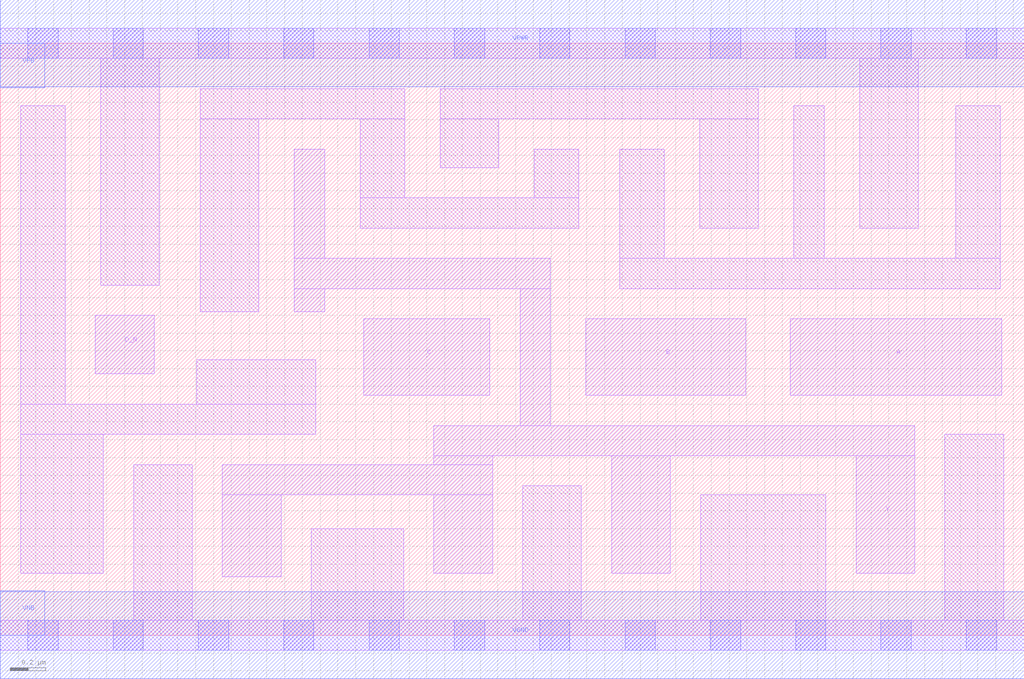
<source format=lef>
# Copyright 2020 The SkyWater PDK Authors
#
# Licensed under the Apache License, Version 2.0 (the "License");
# you may not use this file except in compliance with the License.
# You may obtain a copy of the License at
#
#     https://www.apache.org/licenses/LICENSE-2.0
#
# Unless required by applicable law or agreed to in writing, software
# distributed under the License is distributed on an "AS IS" BASIS,
# WITHOUT WARRANTIES OR CONDITIONS OF ANY KIND, either express or implied.
# See the License for the specific language governing permissions and
# limitations under the License.
#
# SPDX-License-Identifier: Apache-2.0

VERSION 5.5 ;
NAMESCASESENSITIVE ON ;
BUSBITCHARS "[]" ;
DIVIDERCHAR "/" ;
MACRO sky130_fd_sc_hs__nor4b_2
  CLASS CORE ;
  SOURCE USER ;
  ORIGIN  0.000000  0.000000 ;
  SIZE  5.760000 BY  3.330000 ;
  SYMMETRY X Y ;
  SITE unit ;
  PIN A
    ANTENNAGATEAREA  0.558000 ;
    DIRECTION INPUT ;
    USE SIGNAL ;
    PORT
      LAYER li1 ;
        RECT 4.445000 1.350000 5.635000 1.780000 ;
    END
  END A
  PIN B
    ANTENNAGATEAREA  0.558000 ;
    DIRECTION INPUT ;
    USE SIGNAL ;
    PORT
      LAYER li1 ;
        RECT 3.295000 1.350000 4.195000 1.780000 ;
    END
  END B
  PIN C
    ANTENNAGATEAREA  0.558000 ;
    DIRECTION INPUT ;
    USE SIGNAL ;
    PORT
      LAYER li1 ;
        RECT 2.045000 1.350000 2.755000 1.780000 ;
    END
  END C
  PIN D_N
    ANTENNAGATEAREA  0.246000 ;
    DIRECTION INPUT ;
    USE SIGNAL ;
    PORT
      LAYER li1 ;
        RECT 0.535000 1.470000 0.865000 1.800000 ;
    END
  END D_N
  PIN Y
    ANTENNADIFFAREA  1.323900 ;
    DIRECTION OUTPUT ;
    USE SIGNAL ;
    PORT
      LAYER li1 ;
        RECT 1.250000 0.330000 1.580000 0.790000 ;
        RECT 1.250000 0.790000 2.770000 0.960000 ;
        RECT 1.655000 1.820000 1.825000 1.950000 ;
        RECT 1.655000 1.950000 3.095000 2.120000 ;
        RECT 1.655000 2.120000 1.825000 2.735000 ;
        RECT 2.440000 0.350000 2.770000 0.790000 ;
        RECT 2.440000 0.960000 2.770000 1.010000 ;
        RECT 2.440000 1.010000 5.145000 1.180000 ;
        RECT 2.925000 1.180000 3.095000 1.950000 ;
        RECT 3.440000 0.350000 3.770000 1.010000 ;
        RECT 4.815000 0.350000 5.145000 1.010000 ;
    END
  END Y
  PIN VGND
    DIRECTION INOUT ;
    USE GROUND ;
    PORT
      LAYER met1 ;
        RECT 0.000000 -0.245000 5.760000 0.245000 ;
    END
  END VGND
  PIN VNB
    DIRECTION INOUT ;
    USE GROUND ;
    PORT
    END
  END VNB
  PIN VPB
    DIRECTION INOUT ;
    USE POWER ;
    PORT
    END
  END VPB
  PIN VNB
    DIRECTION INOUT ;
    USE GROUND ;
    PORT
      LAYER met1 ;
        RECT 0.000000 0.000000 0.250000 0.250000 ;
    END
  END VNB
  PIN VPB
    DIRECTION INOUT ;
    USE POWER ;
    PORT
      LAYER met1 ;
        RECT 0.000000 3.080000 0.250000 3.330000 ;
    END
  END VPB
  PIN VPWR
    DIRECTION INOUT ;
    USE POWER ;
    PORT
      LAYER met1 ;
        RECT 0.000000 3.085000 5.760000 3.575000 ;
    END
  END VPWR
  OBS
    LAYER li1 ;
      RECT 0.000000 -0.085000 5.760000 0.085000 ;
      RECT 0.000000  3.245000 5.760000 3.415000 ;
      RECT 0.115000  0.350000 0.580000 1.130000 ;
      RECT 0.115000  1.130000 1.775000 1.300000 ;
      RECT 0.115000  1.300000 0.365000 2.980000 ;
      RECT 0.565000  1.970000 0.895000 3.245000 ;
      RECT 0.750000  0.085000 1.080000 0.960000 ;
      RECT 1.105000  1.300000 1.775000 1.550000 ;
      RECT 1.125000  1.820000 1.455000 2.905000 ;
      RECT 1.125000  2.905000 2.275000 3.075000 ;
      RECT 1.750000  0.085000 2.270000 0.600000 ;
      RECT 2.025000  2.290000 3.255000 2.460000 ;
      RECT 2.025000  2.460000 2.275000 2.905000 ;
      RECT 2.475000  2.630000 2.805000 2.905000 ;
      RECT 2.475000  2.905000 4.265000 3.075000 ;
      RECT 2.940000  0.085000 3.270000 0.840000 ;
      RECT 3.005000  2.460000 3.255000 2.735000 ;
      RECT 3.485000  1.950000 5.625000 2.120000 ;
      RECT 3.485000  2.120000 3.735000 2.735000 ;
      RECT 3.935000  2.290000 4.265000 2.905000 ;
      RECT 3.940000  0.085000 4.645000 0.790000 ;
      RECT 4.465000  2.120000 4.635000 2.980000 ;
      RECT 4.835000  2.290000 5.165000 3.245000 ;
      RECT 5.315000  0.085000 5.645000 1.130000 ;
      RECT 5.375000  2.120000 5.625000 2.980000 ;
    LAYER mcon ;
      RECT 0.155000 -0.085000 0.325000 0.085000 ;
      RECT 0.155000  3.245000 0.325000 3.415000 ;
      RECT 0.635000 -0.085000 0.805000 0.085000 ;
      RECT 0.635000  3.245000 0.805000 3.415000 ;
      RECT 1.115000 -0.085000 1.285000 0.085000 ;
      RECT 1.115000  3.245000 1.285000 3.415000 ;
      RECT 1.595000 -0.085000 1.765000 0.085000 ;
      RECT 1.595000  3.245000 1.765000 3.415000 ;
      RECT 2.075000 -0.085000 2.245000 0.085000 ;
      RECT 2.075000  3.245000 2.245000 3.415000 ;
      RECT 2.555000 -0.085000 2.725000 0.085000 ;
      RECT 2.555000  3.245000 2.725000 3.415000 ;
      RECT 3.035000 -0.085000 3.205000 0.085000 ;
      RECT 3.035000  3.245000 3.205000 3.415000 ;
      RECT 3.515000 -0.085000 3.685000 0.085000 ;
      RECT 3.515000  3.245000 3.685000 3.415000 ;
      RECT 3.995000 -0.085000 4.165000 0.085000 ;
      RECT 3.995000  3.245000 4.165000 3.415000 ;
      RECT 4.475000 -0.085000 4.645000 0.085000 ;
      RECT 4.475000  3.245000 4.645000 3.415000 ;
      RECT 4.955000 -0.085000 5.125000 0.085000 ;
      RECT 4.955000  3.245000 5.125000 3.415000 ;
      RECT 5.435000 -0.085000 5.605000 0.085000 ;
      RECT 5.435000  3.245000 5.605000 3.415000 ;
  END
END sky130_fd_sc_hs__nor4b_2
END LIBRARY

</source>
